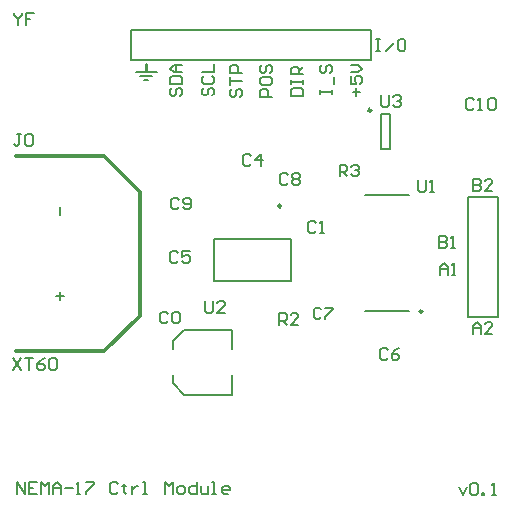
<source format=gto>
G04*
G04 #@! TF.GenerationSoftware,Altium Limited,Altium Designer,22.8.2 (66)*
G04*
G04 Layer_Color=65535*
%FSLAX44Y44*%
%MOMM*%
G71*
G04*
G04 #@! TF.SameCoordinates,8B29F10C-7C34-4062-88D6-BD73F32157BC*
G04*
G04*
G04 #@! TF.FilePolarity,Positive*
G04*
G01*
G75*
%ADD10C,0.2500*%
%ADD11C,0.2000*%
%ADD12C,0.2540*%
%ADD13C,0.3000*%
D10*
X22250Y40500D02*
G03*
X22250Y40500I-1250J0D01*
G01*
X141750Y-48750D02*
G03*
X141750Y-48750I-1250J0D01*
G01*
X98500Y121500D02*
G03*
X98500Y121500I-1250J0D01*
G01*
D11*
X-97500Y150500D02*
X-87000D01*
X-94000Y147500D02*
X-90500D01*
X-101000Y154000D02*
X-83000D01*
X30750Y-22750D02*
Y12750D01*
X-34750Y-22750D02*
X30750D01*
X-34750D02*
Y12750D01*
X30750D01*
X-104800Y164300D02*
X98400D01*
Y189700D01*
X-104800D02*
X98400D01*
X-104800Y164300D02*
Y189700D01*
X-59750Y-119500D02*
X-19500D01*
Y-103000D01*
Y-81000D02*
Y-64500D01*
X-59750D02*
X-19500D01*
X-69500Y-109750D02*
Y-103000D01*
Y-109750D02*
X-59750Y-119500D01*
X-69500Y-74250D02*
X-59750Y-64500D01*
X-69500Y-81000D02*
Y-74250D01*
X93250Y49750D02*
X130250D01*
X93250Y-48250D02*
X130250D01*
X114500Y89000D02*
Y118000D01*
X106500Y89000D02*
Y118000D01*
Y89000D02*
X114500D01*
X106500Y118000D02*
X114500D01*
X180300Y-53600D02*
X205700D01*
X180300D02*
Y48000D01*
X205700Y-53600D02*
Y48000D01*
X180300D02*
X205700D01*
X102500Y181497D02*
X105832D01*
X104166D01*
Y171500D01*
X102500D01*
X105832D01*
X110831D02*
X117495Y178165D01*
X125826Y181497D02*
X122494D01*
X120827Y179831D01*
Y173166D01*
X122494Y171500D01*
X125826D01*
X127492Y173166D01*
Y179831D01*
X125826Y181497D01*
X172500Y-197335D02*
X175832Y-204000D01*
X179165Y-197335D01*
X182497Y-195669D02*
X184163Y-194003D01*
X187495D01*
X189161Y-195669D01*
Y-202334D01*
X187495Y-204000D01*
X184163D01*
X182497Y-202334D01*
Y-195669D01*
X192493Y-204000D02*
Y-202334D01*
X194160D01*
Y-204000D01*
X192493D01*
X200824D02*
X204156D01*
X202490D01*
Y-194003D01*
X200824Y-195669D01*
X-201000Y-203500D02*
Y-193503D01*
X-194335Y-203500D01*
Y-193503D01*
X-184339D02*
X-191003D01*
Y-203500D01*
X-184339D01*
X-191003Y-198502D02*
X-187671D01*
X-181006Y-203500D02*
Y-193503D01*
X-177674Y-196835D01*
X-174342Y-193503D01*
Y-203500D01*
X-171010D02*
Y-196835D01*
X-167677Y-193503D01*
X-164345Y-196835D01*
Y-203500D01*
Y-198502D01*
X-171010D01*
X-161013D02*
X-154348D01*
X-151016Y-203500D02*
X-147684D01*
X-149350D01*
Y-193503D01*
X-151016Y-195169D01*
X-142685Y-193503D02*
X-136021D01*
Y-195169D01*
X-142685Y-201834D01*
Y-203500D01*
X-116027Y-195169D02*
X-117694Y-193503D01*
X-121026D01*
X-122692Y-195169D01*
Y-201834D01*
X-121026Y-203500D01*
X-117694D01*
X-116027Y-201834D01*
X-111029Y-195169D02*
Y-196835D01*
X-112695D01*
X-109363D01*
X-111029D01*
Y-201834D01*
X-109363Y-203500D01*
X-104365Y-196835D02*
Y-203500D01*
Y-200168D01*
X-102698Y-198502D01*
X-101032Y-196835D01*
X-99366D01*
X-94368Y-203500D02*
X-91035D01*
X-92702D01*
Y-193503D01*
X-94368D01*
X-76040Y-203500D02*
Y-193503D01*
X-72708Y-196835D01*
X-69376Y-193503D01*
Y-203500D01*
X-64377D02*
X-61045D01*
X-59379Y-201834D01*
Y-198502D01*
X-61045Y-196835D01*
X-64377D01*
X-66044Y-198502D01*
Y-201834D01*
X-64377Y-203500D01*
X-49382Y-193503D02*
Y-203500D01*
X-54381D01*
X-56047Y-201834D01*
Y-198502D01*
X-54381Y-196835D01*
X-49382D01*
X-46050D02*
Y-201834D01*
X-44384Y-203500D01*
X-39385D01*
Y-196835D01*
X-36053Y-203500D02*
X-32721D01*
X-34387D01*
Y-193503D01*
X-36053D01*
X-22724Y-203500D02*
X-26056D01*
X-27722Y-201834D01*
Y-198502D01*
X-26056Y-196835D01*
X-22724D01*
X-21058Y-198502D01*
Y-200168D01*
X-27722D01*
X-204000Y203997D02*
Y202331D01*
X-200668Y198998D01*
X-197335Y202331D01*
Y203997D01*
X-200668Y198998D02*
Y194000D01*
X-187339Y203997D02*
X-194003D01*
Y198998D01*
X-190671D01*
X-194003D01*
Y194000D01*
X184500Y-68000D02*
Y-61336D01*
X187832Y-58003D01*
X191164Y-61336D01*
Y-68000D01*
Y-63002D01*
X184500D01*
X201161Y-68000D02*
X194497D01*
X201161Y-61336D01*
Y-59669D01*
X199495Y-58003D01*
X196163D01*
X194497Y-59669D01*
X156500Y-18000D02*
Y-11336D01*
X159832Y-8003D01*
X163165Y-11336D01*
Y-18000D01*
Y-13002D01*
X156500D01*
X166497Y-18000D02*
X169829D01*
X168163D01*
Y-8003D01*
X166497Y-9669D01*
X156000Y14997D02*
Y5000D01*
X160998D01*
X162665Y6666D01*
Y8332D01*
X160998Y9998D01*
X156000D01*
X160998D01*
X162665Y11665D01*
Y13331D01*
X160998Y14997D01*
X156000D01*
X165997Y5000D02*
X169329D01*
X167663D01*
Y14997D01*
X165997Y13331D01*
X184500Y63497D02*
Y53500D01*
X189498D01*
X191164Y55166D01*
Y56832D01*
X189498Y58498D01*
X184500D01*
X189498D01*
X191164Y60164D01*
Y61831D01*
X189498Y63497D01*
X184500D01*
X201161Y53500D02*
X194497D01*
X201161Y60164D01*
Y61831D01*
X199495Y63497D01*
X196163D01*
X194497Y61831D01*
X-204500Y-88503D02*
X-197836Y-98500D01*
Y-88503D02*
X-204500Y-98500D01*
X-194503Y-88503D02*
X-187839D01*
X-191171D01*
Y-98500D01*
X-177842Y-88503D02*
X-181174Y-90169D01*
X-184506Y-93502D01*
Y-96834D01*
X-182840Y-98500D01*
X-179508D01*
X-177842Y-96834D01*
Y-95168D01*
X-179508Y-93502D01*
X-184506D01*
X-174510Y-90169D02*
X-172843Y-88503D01*
X-169511D01*
X-167845Y-90169D01*
Y-96834D01*
X-169511Y-98500D01*
X-172843D01*
X-174510Y-96834D01*
Y-90169D01*
X86002Y133500D02*
Y140164D01*
X82669Y136832D02*
X89334D01*
X81003Y150161D02*
Y143497D01*
X86002D01*
X84335Y146829D01*
Y148495D01*
X86002Y150161D01*
X89334D01*
X91000Y148495D01*
Y145163D01*
X89334Y143497D01*
X81003Y153493D02*
X87668D01*
X91000Y156826D01*
X87668Y160158D01*
X81003D01*
X55337Y135000D02*
Y138332D01*
Y136666D01*
X65334D01*
Y135000D01*
Y138332D01*
X67000Y143331D02*
Y149995D01*
X57003Y159992D02*
X55337Y158326D01*
Y154993D01*
X57003Y153327D01*
X58669D01*
X60335Y154993D01*
Y158326D01*
X62002Y159992D01*
X63668D01*
X65334Y158326D01*
Y154993D01*
X63668Y153327D01*
X30503Y133500D02*
X40500D01*
Y138498D01*
X38834Y140164D01*
X32169D01*
X30503Y138498D01*
Y133500D01*
Y143497D02*
Y146829D01*
Y145163D01*
X40500D01*
Y143497D01*
Y146829D01*
Y151827D02*
X30503D01*
Y156826D01*
X32169Y158492D01*
X35502D01*
X37168Y156826D01*
Y151827D01*
Y155160D02*
X40500Y158492D01*
X14500Y133000D02*
X4503D01*
Y137998D01*
X6169Y139664D01*
X9502D01*
X11168Y137998D01*
Y133000D01*
X4503Y147995D02*
Y144663D01*
X6169Y142997D01*
X12834D01*
X14500Y144663D01*
Y147995D01*
X12834Y149661D01*
X6169D01*
X4503Y147995D01*
X6169Y159658D02*
X4503Y157992D01*
Y154660D01*
X6169Y152993D01*
X7836D01*
X9502Y154660D01*
Y157992D01*
X11168Y159658D01*
X12834D01*
X14500Y157992D01*
Y154660D01*
X12834Y152993D01*
X-19331Y139664D02*
X-20997Y137998D01*
Y134666D01*
X-19331Y133000D01*
X-17665D01*
X-15998Y134666D01*
Y137998D01*
X-14332Y139664D01*
X-12666D01*
X-11000Y137998D01*
Y134666D01*
X-12666Y133000D01*
X-20997Y142997D02*
Y149661D01*
Y146329D01*
X-11000D01*
Y152993D02*
X-20997D01*
Y157992D01*
X-19331Y159658D01*
X-15998D01*
X-14332Y157992D01*
Y152993D01*
X-43331Y140665D02*
X-44997Y138998D01*
Y135666D01*
X-43331Y134000D01*
X-41665D01*
X-39998Y135666D01*
Y138998D01*
X-38332Y140665D01*
X-36666D01*
X-35000Y138998D01*
Y135666D01*
X-36666Y134000D01*
X-43331Y150661D02*
X-44997Y148995D01*
Y145663D01*
X-43331Y143997D01*
X-36666D01*
X-35000Y145663D01*
Y148995D01*
X-36666Y150661D01*
X-44997Y153994D02*
X-35000D01*
Y160658D01*
X-70331Y140164D02*
X-71997Y138498D01*
Y135166D01*
X-70331Y133500D01*
X-68665D01*
X-66998Y135166D01*
Y138498D01*
X-65332Y140164D01*
X-63666D01*
X-62000Y138498D01*
Y135166D01*
X-63666Y133500D01*
X-71997Y143497D02*
X-62000D01*
Y148495D01*
X-63666Y150161D01*
X-70331D01*
X-71997Y148495D01*
Y143497D01*
X-62000Y153493D02*
X-68665D01*
X-71997Y156826D01*
X-68665Y160158D01*
X-62000D01*
X-66998D01*
Y153493D01*
X-165000Y32668D02*
Y39332D01*
X-165000Y-39332D02*
Y-32668D01*
X-168332Y-36000D02*
X-161668D01*
X185669Y129832D02*
X184002Y131498D01*
X180670D01*
X179004Y129832D01*
Y123168D01*
X180670Y121502D01*
X184002D01*
X185669Y123168D01*
X189001Y121502D02*
X192333D01*
X190667D01*
Y131498D01*
X189001Y129832D01*
X197332D02*
X198998Y131498D01*
X202330D01*
X203996Y129832D01*
Y123168D01*
X202330Y121502D01*
X198998D01*
X197332Y123168D01*
Y129832D01*
X107169Y134498D02*
Y126168D01*
X108835Y124502D01*
X112168D01*
X113834Y126168D01*
Y134498D01*
X117166Y132832D02*
X118832Y134498D01*
X122164D01*
X123831Y132832D01*
Y131166D01*
X122164Y129500D01*
X120498D01*
X122164D01*
X123831Y127834D01*
Y126168D01*
X122164Y124502D01*
X118832D01*
X117166Y126168D01*
X-41831Y-40002D02*
Y-48332D01*
X-40164Y-49998D01*
X-36832D01*
X-35166Y-48332D01*
Y-40002D01*
X-25169Y-49998D02*
X-31834D01*
X-25169Y-43334D01*
Y-41668D01*
X-26835Y-40002D01*
X-30168D01*
X-31834Y-41668D01*
X138336Y62498D02*
Y54168D01*
X140002Y52502D01*
X143334D01*
X145000Y54168D01*
Y62498D01*
X148332Y52502D02*
X151664D01*
X149998D01*
Y62498D01*
X148332Y60832D01*
X71669Y65502D02*
Y75498D01*
X76668D01*
X78334Y73832D01*
Y70500D01*
X76668Y68834D01*
X71669D01*
X75002D02*
X78334Y65502D01*
X81666Y73832D02*
X83332Y75498D01*
X86664D01*
X88331Y73832D01*
Y72166D01*
X86664Y70500D01*
X84998D01*
X86664D01*
X88331Y68834D01*
Y67168D01*
X86664Y65502D01*
X83332D01*
X81666Y67168D01*
X20169Y-60498D02*
Y-50502D01*
X25168D01*
X26834Y-52168D01*
Y-55500D01*
X25168Y-57166D01*
X20169D01*
X23502D02*
X26834Y-60498D01*
X36831D02*
X30166D01*
X36831Y-53834D01*
Y-52168D01*
X35164Y-50502D01*
X31832D01*
X30166Y-52168D01*
X-64166Y45832D02*
X-65832Y47498D01*
X-69165D01*
X-70831Y45832D01*
Y39168D01*
X-69165Y37502D01*
X-65832D01*
X-64166Y39168D01*
X-60834D02*
X-59168Y37502D01*
X-55835D01*
X-54169Y39168D01*
Y45832D01*
X-55835Y47498D01*
X-59168D01*
X-60834Y45832D01*
Y44166D01*
X-59168Y42500D01*
X-54169D01*
X28334Y66332D02*
X26668Y67998D01*
X23335D01*
X21669Y66332D01*
Y59668D01*
X23335Y58002D01*
X26668D01*
X28334Y59668D01*
X31666Y66332D02*
X33332Y67998D01*
X36665D01*
X38331Y66332D01*
Y64666D01*
X36665Y63000D01*
X38331Y61334D01*
Y59668D01*
X36665Y58002D01*
X33332D01*
X31666Y59668D01*
Y61334D01*
X33332Y63000D01*
X31666Y64666D01*
Y66332D01*
X33332Y63000D02*
X36665D01*
X56334Y-47168D02*
X54668Y-45502D01*
X51336D01*
X49669Y-47168D01*
Y-53832D01*
X51336Y-55498D01*
X54668D01*
X56334Y-53832D01*
X59666Y-45502D02*
X66331D01*
Y-47168D01*
X59666Y-53832D01*
Y-55498D01*
X112334Y-81668D02*
X110668Y-80002D01*
X107336D01*
X105669Y-81668D01*
Y-88332D01*
X107336Y-89998D01*
X110668D01*
X112334Y-88332D01*
X122331Y-80002D02*
X118998Y-81668D01*
X115666Y-85000D01*
Y-88332D01*
X117332Y-89998D01*
X120665D01*
X122331Y-88332D01*
Y-86666D01*
X120665Y-85000D01*
X115666D01*
X-65166Y832D02*
X-66832Y2498D01*
X-70164D01*
X-71831Y832D01*
Y-5832D01*
X-70164Y-7498D01*
X-66832D01*
X-65166Y-5832D01*
X-55169Y2498D02*
X-61834D01*
Y-2500D01*
X-58502Y-834D01*
X-56835D01*
X-55169Y-2500D01*
Y-5832D01*
X-56835Y-7498D01*
X-60168D01*
X-61834Y-5832D01*
X-3166Y82832D02*
X-4832Y84498D01*
X-8164D01*
X-9831Y82832D01*
Y76168D01*
X-8164Y74502D01*
X-4832D01*
X-3166Y76168D01*
X5164Y74502D02*
Y84498D01*
X166Y79500D01*
X6831D01*
X51500Y25832D02*
X49834Y27498D01*
X46502D01*
X44836Y25832D01*
Y19168D01*
X46502Y17502D01*
X49834D01*
X51500Y19168D01*
X54832Y17502D02*
X58165D01*
X56498D01*
Y27498D01*
X54832Y25832D01*
X-73666Y-50668D02*
X-75332Y-49002D01*
X-78664D01*
X-80331Y-50668D01*
Y-57332D01*
X-78664Y-58998D01*
X-75332D01*
X-73666Y-57332D01*
X-70334Y-50668D02*
X-68668Y-49002D01*
X-65335D01*
X-63669Y-50668D01*
Y-57332D01*
X-65335Y-58998D01*
X-68668D01*
X-70334Y-57332D01*
Y-50668D01*
X-197666Y100998D02*
X-200998D01*
X-199332D01*
Y92668D01*
X-200998Y91002D01*
X-202665D01*
X-204331Y92668D01*
X-194334Y99332D02*
X-192668Y100998D01*
X-189335D01*
X-187669Y99332D01*
Y92668D01*
X-189335Y91002D01*
X-192668D01*
X-194334Y92668D01*
Y99332D01*
D12*
X-92000Y154500D02*
Y160500D01*
D13*
X-202500Y-82500D02*
X-141208D01*
X-202500Y82500D02*
X-127500D01*
X-141208Y-82500D02*
X-127500D01*
X-97500Y-52500D01*
Y52500D01*
X-127500Y82500D02*
X-97500Y52500D01*
M02*

</source>
